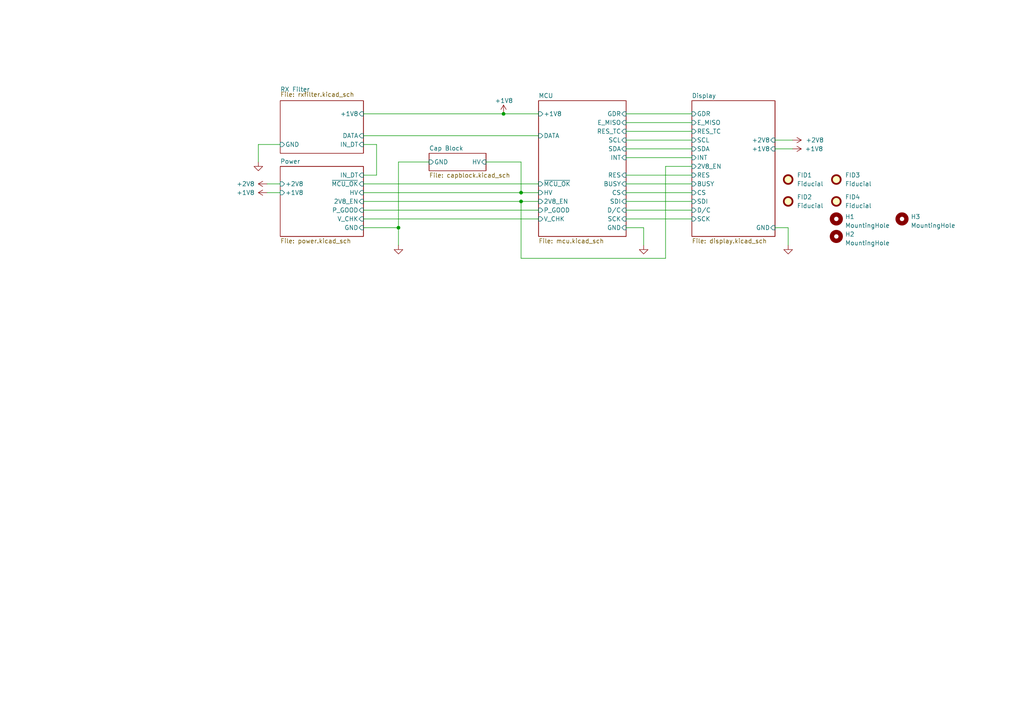
<source format=kicad_sch>
(kicad_sch
	(version 20231120)
	(generator "eeschema")
	(generator_version "8.0")
	(uuid "f1094595-086c-43ea-a0be-6f801d9d8744")
	(paper "A4")
	(lib_symbols
		(symbol "Mechanical:Fiducial"
			(exclude_from_sim no)
			(in_bom yes)
			(on_board yes)
			(property "Reference" "FID"
				(at 0 5.08 0)
				(effects
					(font
						(size 1.27 1.27)
					)
				)
			)
			(property "Value" "Fiducial"
				(at 0 3.175 0)
				(effects
					(font
						(size 1.27 1.27)
					)
				)
			)
			(property "Footprint" ""
				(at 0 0 0)
				(effects
					(font
						(size 1.27 1.27)
					)
					(hide yes)
				)
			)
			(property "Datasheet" "~"
				(at 0 0 0)
				(effects
					(font
						(size 1.27 1.27)
					)
					(hide yes)
				)
			)
			(property "Description" "Fiducial Marker"
				(at 0 0 0)
				(effects
					(font
						(size 1.27 1.27)
					)
					(hide yes)
				)
			)
			(property "ki_keywords" "fiducial marker"
				(at 0 0 0)
				(effects
					(font
						(size 1.27 1.27)
					)
					(hide yes)
				)
			)
			(property "ki_fp_filters" "Fiducial*"
				(at 0 0 0)
				(effects
					(font
						(size 1.27 1.27)
					)
					(hide yes)
				)
			)
			(symbol "Fiducial_0_1"
				(circle
					(center 0 0)
					(radius 1.27)
					(stroke
						(width 0.508)
						(type default)
					)
					(fill
						(type background)
					)
				)
			)
		)
		(symbol "Mechanical:MountingHole"
			(pin_names
				(offset 1.016)
			)
			(exclude_from_sim no)
			(in_bom yes)
			(on_board yes)
			(property "Reference" "H"
				(at 0 5.08 0)
				(effects
					(font
						(size 1.27 1.27)
					)
				)
			)
			(property "Value" "MountingHole"
				(at 0 3.175 0)
				(effects
					(font
						(size 1.27 1.27)
					)
				)
			)
			(property "Footprint" ""
				(at 0 0 0)
				(effects
					(font
						(size 1.27 1.27)
					)
					(hide yes)
				)
			)
			(property "Datasheet" "~"
				(at 0 0 0)
				(effects
					(font
						(size 1.27 1.27)
					)
					(hide yes)
				)
			)
			(property "Description" "Mounting Hole without connection"
				(at 0 0 0)
				(effects
					(font
						(size 1.27 1.27)
					)
					(hide yes)
				)
			)
			(property "ki_keywords" "mounting hole"
				(at 0 0 0)
				(effects
					(font
						(size 1.27 1.27)
					)
					(hide yes)
				)
			)
			(property "ki_fp_filters" "MountingHole*"
				(at 0 0 0)
				(effects
					(font
						(size 1.27 1.27)
					)
					(hide yes)
				)
			)
			(symbol "MountingHole_0_1"
				(circle
					(center 0 0)
					(radius 1.27)
					(stroke
						(width 1.27)
						(type default)
					)
					(fill
						(type none)
					)
				)
			)
		)
		(symbol "power:+1V8"
			(power)
			(pin_names
				(offset 0)
			)
			(exclude_from_sim no)
			(in_bom yes)
			(on_board yes)
			(property "Reference" "#PWR"
				(at 0 -3.81 0)
				(effects
					(font
						(size 1.27 1.27)
					)
					(hide yes)
				)
			)
			(property "Value" "+1V8"
				(at 0 3.556 0)
				(effects
					(font
						(size 1.27 1.27)
					)
				)
			)
			(property "Footprint" ""
				(at 0 0 0)
				(effects
					(font
						(size 1.27 1.27)
					)
					(hide yes)
				)
			)
			(property "Datasheet" ""
				(at 0 0 0)
				(effects
					(font
						(size 1.27 1.27)
					)
					(hide yes)
				)
			)
			(property "Description" "Power symbol creates a global label with name \"+1V8\""
				(at 0 0 0)
				(effects
					(font
						(size 1.27 1.27)
					)
					(hide yes)
				)
			)
			(property "ki_keywords" "power-flag"
				(at 0 0 0)
				(effects
					(font
						(size 1.27 1.27)
					)
					(hide yes)
				)
			)
			(symbol "+1V8_0_1"
				(polyline
					(pts
						(xy -0.762 1.27) (xy 0 2.54)
					)
					(stroke
						(width 0)
						(type default)
					)
					(fill
						(type none)
					)
				)
				(polyline
					(pts
						(xy 0 0) (xy 0 2.54)
					)
					(stroke
						(width 0)
						(type default)
					)
					(fill
						(type none)
					)
				)
				(polyline
					(pts
						(xy 0 2.54) (xy 0.762 1.27)
					)
					(stroke
						(width 0)
						(type default)
					)
					(fill
						(type none)
					)
				)
			)
			(symbol "+1V8_1_1"
				(pin power_in line
					(at 0 0 90)
					(length 0) hide
					(name "+1V8"
						(effects
							(font
								(size 1.27 1.27)
							)
						)
					)
					(number "1"
						(effects
							(font
								(size 1.27 1.27)
							)
						)
					)
				)
			)
		)
		(symbol "power:+2V8"
			(power)
			(pin_names
				(offset 0)
			)
			(exclude_from_sim no)
			(in_bom yes)
			(on_board yes)
			(property "Reference" "#PWR"
				(at 0 -3.81 0)
				(effects
					(font
						(size 1.27 1.27)
					)
					(hide yes)
				)
			)
			(property "Value" "+2V8"
				(at 0 3.556 0)
				(effects
					(font
						(size 1.27 1.27)
					)
				)
			)
			(property "Footprint" ""
				(at 0 0 0)
				(effects
					(font
						(size 1.27 1.27)
					)
					(hide yes)
				)
			)
			(property "Datasheet" ""
				(at 0 0 0)
				(effects
					(font
						(size 1.27 1.27)
					)
					(hide yes)
				)
			)
			(property "Description" "Power symbol creates a global label with name \"+2V8\""
				(at 0 0 0)
				(effects
					(font
						(size 1.27 1.27)
					)
					(hide yes)
				)
			)
			(property "ki_keywords" "power-flag"
				(at 0 0 0)
				(effects
					(font
						(size 1.27 1.27)
					)
					(hide yes)
				)
			)
			(symbol "+2V8_0_1"
				(polyline
					(pts
						(xy -0.762 1.27) (xy 0 2.54)
					)
					(stroke
						(width 0)
						(type default)
					)
					(fill
						(type none)
					)
				)
				(polyline
					(pts
						(xy 0 0) (xy 0 2.54)
					)
					(stroke
						(width 0)
						(type default)
					)
					(fill
						(type none)
					)
				)
				(polyline
					(pts
						(xy 0 2.54) (xy 0.762 1.27)
					)
					(stroke
						(width 0)
						(type default)
					)
					(fill
						(type none)
					)
				)
			)
			(symbol "+2V8_1_1"
				(pin power_in line
					(at 0 0 90)
					(length 0) hide
					(name "+2V8"
						(effects
							(font
								(size 1.27 1.27)
							)
						)
					)
					(number "1"
						(effects
							(font
								(size 1.27 1.27)
							)
						)
					)
				)
			)
		)
		(symbol "power:GND"
			(power)
			(pin_names
				(offset 0)
			)
			(exclude_from_sim no)
			(in_bom yes)
			(on_board yes)
			(property "Reference" "#PWR"
				(at 0 -6.35 0)
				(effects
					(font
						(size 1.27 1.27)
					)
					(hide yes)
				)
			)
			(property "Value" "GND"
				(at 0 -3.81 0)
				(effects
					(font
						(size 1.27 1.27)
					)
				)
			)
			(property "Footprint" ""
				(at 0 0 0)
				(effects
					(font
						(size 1.27 1.27)
					)
					(hide yes)
				)
			)
			(property "Datasheet" ""
				(at 0 0 0)
				(effects
					(font
						(size 1.27 1.27)
					)
					(hide yes)
				)
			)
			(property "Description" "Power symbol creates a global label with name \"GND\" , ground"
				(at 0 0 0)
				(effects
					(font
						(size 1.27 1.27)
					)
					(hide yes)
				)
			)
			(property "ki_keywords" "power-flag"
				(at 0 0 0)
				(effects
					(font
						(size 1.27 1.27)
					)
					(hide yes)
				)
			)
			(symbol "GND_0_1"
				(polyline
					(pts
						(xy 0 0) (xy 0 -1.27) (xy 1.27 -1.27) (xy 0 -2.54) (xy -1.27 -1.27) (xy 0 -1.27)
					)
					(stroke
						(width 0)
						(type default)
					)
					(fill
						(type none)
					)
				)
			)
			(symbol "GND_1_1"
				(pin power_in line
					(at 0 0 270)
					(length 0) hide
					(name "GND"
						(effects
							(font
								(size 1.27 1.27)
							)
						)
					)
					(number "1"
						(effects
							(font
								(size 1.27 1.27)
							)
						)
					)
				)
			)
		)
	)
	(junction
		(at 146.05 33.02)
		(diameter 0)
		(color 0 0 0 0)
		(uuid "1760802e-9cb8-4888-9bb6-3cad90cb4391")
	)
	(junction
		(at 115.57 66.04)
		(diameter 0)
		(color 0 0 0 0)
		(uuid "4105096e-b4a5-493a-9aeb-9bf84408aec0")
	)
	(junction
		(at 151.13 55.88)
		(diameter 0)
		(color 0 0 0 0)
		(uuid "49e27c9a-1707-4079-a9d7-0c34d9d804cf")
	)
	(junction
		(at 151.13 58.42)
		(diameter 0)
		(color 0 0 0 0)
		(uuid "65767b9c-3c34-47da-b3b2-88cfe96b9910")
	)
	(wire
		(pts
			(xy 105.41 66.04) (xy 115.57 66.04)
		)
		(stroke
			(width 0)
			(type default)
		)
		(uuid "007a6f83-4f1f-4597-a052-c95659929039")
	)
	(wire
		(pts
			(xy 151.13 58.42) (xy 156.21 58.42)
		)
		(stroke
			(width 0)
			(type default)
		)
		(uuid "11b85a35-b083-4347-ace4-7895514d8392")
	)
	(wire
		(pts
			(xy 105.41 63.5) (xy 156.21 63.5)
		)
		(stroke
			(width 0)
			(type default)
		)
		(uuid "15c7b644-feaa-4a72-99f5-372726787def")
	)
	(wire
		(pts
			(xy 151.13 46.99) (xy 151.13 55.88)
		)
		(stroke
			(width 0)
			(type default)
		)
		(uuid "24a37279-effc-4083-a2c7-d7b797de6092")
	)
	(wire
		(pts
			(xy 228.6 66.04) (xy 224.79 66.04)
		)
		(stroke
			(width 0)
			(type default)
		)
		(uuid "27ea524a-ef43-49cd-bc84-d2090076d86a")
	)
	(wire
		(pts
			(xy 181.61 53.34) (xy 200.66 53.34)
		)
		(stroke
			(width 0)
			(type default)
		)
		(uuid "28c990b6-1f32-4c71-bcdc-846eba960089")
	)
	(wire
		(pts
			(xy 181.61 33.02) (xy 200.66 33.02)
		)
		(stroke
			(width 0)
			(type default)
		)
		(uuid "2a10f600-ab38-4606-b862-5e5640670ea8")
	)
	(wire
		(pts
			(xy 181.61 66.04) (xy 186.69 66.04)
		)
		(stroke
			(width 0)
			(type default)
		)
		(uuid "31b011c6-669c-452f-9e6a-c12cbf22873f")
	)
	(wire
		(pts
			(xy 74.93 41.91) (xy 81.28 41.91)
		)
		(stroke
			(width 0)
			(type default)
		)
		(uuid "32ad62b6-4c67-4581-bc38-befff47b7821")
	)
	(wire
		(pts
			(xy 224.79 40.64) (xy 229.87 40.64)
		)
		(stroke
			(width 0)
			(type default)
		)
		(uuid "35d3384b-807d-4125-9396-faeecd147abe")
	)
	(wire
		(pts
			(xy 105.41 33.02) (xy 146.05 33.02)
		)
		(stroke
			(width 0)
			(type default)
		)
		(uuid "4125a609-c62c-428e-91ef-a0d664eace49")
	)
	(wire
		(pts
			(xy 181.61 40.64) (xy 200.66 40.64)
		)
		(stroke
			(width 0)
			(type default)
		)
		(uuid "42827432-d5a8-499a-a7ae-797fd1d51d8a")
	)
	(wire
		(pts
			(xy 124.46 46.99) (xy 115.57 46.99)
		)
		(stroke
			(width 0)
			(type default)
		)
		(uuid "434d2543-2389-4cd4-ac5e-844a1a208fcb")
	)
	(wire
		(pts
			(xy 77.47 55.88) (xy 81.28 55.88)
		)
		(stroke
			(width 0)
			(type default)
		)
		(uuid "472773c8-a72c-4ffa-90d4-65aa9eb95627")
	)
	(wire
		(pts
			(xy 193.04 74.93) (xy 151.13 74.93)
		)
		(stroke
			(width 0)
			(type default)
		)
		(uuid "684ca263-331a-41d7-8151-1ef493c459f4")
	)
	(wire
		(pts
			(xy 181.61 50.8) (xy 200.66 50.8)
		)
		(stroke
			(width 0)
			(type default)
		)
		(uuid "6903ac01-63b0-45f2-8de5-782ac93c7643")
	)
	(wire
		(pts
			(xy 77.47 53.34) (xy 81.28 53.34)
		)
		(stroke
			(width 0)
			(type default)
		)
		(uuid "6f06b72b-dda5-4c6c-9fed-55cb9fa4d090")
	)
	(wire
		(pts
			(xy 151.13 55.88) (xy 156.21 55.88)
		)
		(stroke
			(width 0)
			(type default)
		)
		(uuid "701fba8c-9304-4ae7-a636-6eac0ee5ec2d")
	)
	(wire
		(pts
			(xy 181.61 43.18) (xy 200.66 43.18)
		)
		(stroke
			(width 0)
			(type default)
		)
		(uuid "740d8e84-9f0a-436b-9967-03365c26d02e")
	)
	(wire
		(pts
			(xy 115.57 46.99) (xy 115.57 66.04)
		)
		(stroke
			(width 0)
			(type default)
		)
		(uuid "75299070-3e86-4821-9b92-8e540ee1f320")
	)
	(wire
		(pts
			(xy 115.57 66.04) (xy 115.57 71.12)
		)
		(stroke
			(width 0)
			(type default)
		)
		(uuid "7d7b36d6-4db1-474b-b5bb-632e85f1d28a")
	)
	(wire
		(pts
			(xy 181.61 60.96) (xy 200.66 60.96)
		)
		(stroke
			(width 0)
			(type default)
		)
		(uuid "7e3ab624-6a5b-426d-a7cd-61748a9112a1")
	)
	(wire
		(pts
			(xy 181.61 45.72) (xy 200.66 45.72)
		)
		(stroke
			(width 0)
			(type default)
		)
		(uuid "7fb776a0-17e4-433e-aa9b-7b7f563a8ef4")
	)
	(wire
		(pts
			(xy 105.41 53.34) (xy 156.21 53.34)
		)
		(stroke
			(width 0)
			(type default)
		)
		(uuid "8f2670bb-efbf-402f-b217-693f6bd67dbb")
	)
	(wire
		(pts
			(xy 105.41 60.96) (xy 156.21 60.96)
		)
		(stroke
			(width 0)
			(type default)
		)
		(uuid "8fa3ce1b-5dba-4410-b2d5-97e218f3a8d1")
	)
	(wire
		(pts
			(xy 105.41 39.37) (xy 156.21 39.37)
		)
		(stroke
			(width 0)
			(type default)
		)
		(uuid "951b706f-5ee5-467f-976f-d402bb6a24ad")
	)
	(wire
		(pts
			(xy 105.41 55.88) (xy 151.13 55.88)
		)
		(stroke
			(width 0)
			(type default)
		)
		(uuid "a0bbef68-2004-4486-a7a4-70f40fc10f20")
	)
	(wire
		(pts
			(xy 151.13 74.93) (xy 151.13 58.42)
		)
		(stroke
			(width 0)
			(type default)
		)
		(uuid "a43513c9-3b58-421c-aacd-8adea195f6b1")
	)
	(wire
		(pts
			(xy 181.61 55.88) (xy 200.66 55.88)
		)
		(stroke
			(width 0)
			(type default)
		)
		(uuid "afb83ae3-4e7b-40d7-8bba-2ec249dbd674")
	)
	(wire
		(pts
			(xy 146.05 33.02) (xy 156.21 33.02)
		)
		(stroke
			(width 0)
			(type default)
		)
		(uuid "b1e46a58-1742-4386-97aa-8179f030c1b1")
	)
	(wire
		(pts
			(xy 181.61 35.56) (xy 200.66 35.56)
		)
		(stroke
			(width 0)
			(type default)
		)
		(uuid "b87bdec1-97c1-4f59-aef0-6a57b7fd0c08")
	)
	(wire
		(pts
			(xy 109.22 50.8) (xy 105.41 50.8)
		)
		(stroke
			(width 0)
			(type default)
		)
		(uuid "ba8c8b4f-ee18-4408-8378-1b96cfc10866")
	)
	(wire
		(pts
			(xy 105.41 58.42) (xy 151.13 58.42)
		)
		(stroke
			(width 0)
			(type default)
		)
		(uuid "bac70081-79f5-4f17-9482-ca50be35f38c")
	)
	(wire
		(pts
			(xy 229.87 43.18) (xy 224.79 43.18)
		)
		(stroke
			(width 0)
			(type default)
		)
		(uuid "c449bba0-eaad-4475-9117-fa89fab51967")
	)
	(wire
		(pts
			(xy 228.6 71.12) (xy 228.6 66.04)
		)
		(stroke
			(width 0)
			(type default)
		)
		(uuid "c7f3a0ba-18db-4c63-9187-4584f42a5930")
	)
	(wire
		(pts
			(xy 181.61 38.1) (xy 200.66 38.1)
		)
		(stroke
			(width 0)
			(type default)
		)
		(uuid "ca54df42-b27e-43a9-8d69-9e64a04ad206")
	)
	(wire
		(pts
			(xy 186.69 71.12) (xy 186.69 66.04)
		)
		(stroke
			(width 0)
			(type default)
		)
		(uuid "cd9a6a2f-cbb2-4fa8-a00e-26994b16732c")
	)
	(wire
		(pts
			(xy 74.93 46.99) (xy 74.93 41.91)
		)
		(stroke
			(width 0)
			(type default)
		)
		(uuid "cfaccb8a-85d3-41ea-914f-ca51fa87e72f")
	)
	(wire
		(pts
			(xy 193.04 48.26) (xy 193.04 74.93)
		)
		(stroke
			(width 0)
			(type default)
		)
		(uuid "d6e1f545-5122-4619-a1ae-288aa6c67456")
	)
	(wire
		(pts
			(xy 181.61 58.42) (xy 200.66 58.42)
		)
		(stroke
			(width 0)
			(type default)
		)
		(uuid "d9679898-6314-4147-b045-c0a3b7572216")
	)
	(wire
		(pts
			(xy 181.61 63.5) (xy 200.66 63.5)
		)
		(stroke
			(width 0)
			(type default)
		)
		(uuid "dc47cb1f-179c-45c5-abd5-276d30965abe")
	)
	(wire
		(pts
			(xy 140.97 46.99) (xy 151.13 46.99)
		)
		(stroke
			(width 0)
			(type default)
		)
		(uuid "e178bd0b-82b5-40c6-a96f-e5ff55cb8482")
	)
	(wire
		(pts
			(xy 105.41 41.91) (xy 109.22 41.91)
		)
		(stroke
			(width 0)
			(type default)
		)
		(uuid "e2bf8467-272a-440f-a96d-032043d52350")
	)
	(wire
		(pts
			(xy 109.22 41.91) (xy 109.22 50.8)
		)
		(stroke
			(width 0)
			(type default)
		)
		(uuid "e3ed2ceb-bbcd-475e-a647-ab7ceca4518a")
	)
	(wire
		(pts
			(xy 200.66 48.26) (xy 193.04 48.26)
		)
		(stroke
			(width 0)
			(type default)
		)
		(uuid "f692f1b3-cea9-4863-a52f-6182862cd916")
	)
	(symbol
		(lib_id "Mechanical:Fiducial")
		(at 228.6 52.07 0)
		(unit 1)
		(exclude_from_sim no)
		(in_bom yes)
		(on_board yes)
		(dnp no)
		(fields_autoplaced yes)
		(uuid "07b6e9fa-5f27-4d03-a108-8598ae262114")
		(property "Reference" "FID?"
			(at 231.14 50.7999 0)
			(effects
				(font
					(size 1.27 1.27)
				)
				(justify left)
			)
		)
		(property "Value" "Fiducial"
			(at 231.14 53.3399 0)
			(effects
				(font
					(size 1.27 1.27)
				)
				(justify left)
			)
		)
		(property "Footprint" "Fiducial:Fiducial_0.5mm_Mask1.5mm"
			(at 228.6 52.07 0)
			(effects
				(font
					(size 1.27 1.27)
				)
				(hide yes)
			)
		)
		(property "Datasheet" "~"
			(at 228.6 52.07 0)
			(effects
				(font
					(size 1.27 1.27)
				)
				(hide yes)
			)
		)
		(property "Description" ""
			(at 228.6 52.07 0)
			(effects
				(font
					(size 1.27 1.27)
				)
				(hide yes)
			)
		)
		(instances
			(project "Kampela"
				(path "/472e0f49-51e5-4b9c-a9f6-6aed0741c677"
					(reference "FID?")
					(unit 1)
				)
			)
			(project "Kampela_G5"
				(path "/f1094595-086c-43ea-a0be-6f801d9d8744"
					(reference "FID1")
					(unit 1)
				)
			)
		)
	)
	(symbol
		(lib_id "power:+1V8")
		(at 229.87 43.18 270)
		(unit 1)
		(exclude_from_sim no)
		(in_bom yes)
		(on_board yes)
		(dnp no)
		(uuid "1456c387-d268-44d5-98df-074738d8757c")
		(property "Reference" "#PWR?"
			(at 226.06 43.18 0)
			(effects
				(font
					(size 1.27 1.27)
				)
				(hide yes)
			)
		)
		(property "Value" "+1V8"
			(at 238.76 43.18 90)
			(effects
				(font
					(size 1.27 1.27)
				)
				(justify right)
			)
		)
		(property "Footprint" ""
			(at 229.87 43.18 0)
			(effects
				(font
					(size 1.27 1.27)
				)
				(hide yes)
			)
		)
		(property "Datasheet" ""
			(at 229.87 43.18 0)
			(effects
				(font
					(size 1.27 1.27)
				)
				(hide yes)
			)
		)
		(property "Description" ""
			(at 229.87 43.18 0)
			(effects
				(font
					(size 1.27 1.27)
				)
				(hide yes)
			)
		)
		(pin "1"
			(uuid "4510e579-4d7c-4d39-a370-d9677fb6f1ce")
		)
		(instances
			(project "Kampela"
				(path "/472e0f49-51e5-4b9c-a9f6-6aed0741c677"
					(reference "#PWR?")
					(unit 1)
				)
			)
			(project "Kampela_G5"
				(path "/f1094595-086c-43ea-a0be-6f801d9d8744"
					(reference "#PWR010")
					(unit 1)
				)
			)
		)
	)
	(symbol
		(lib_id "power:+2V8")
		(at 77.47 53.34 90)
		(unit 1)
		(exclude_from_sim no)
		(in_bom yes)
		(on_board yes)
		(dnp no)
		(uuid "476324e8-1c8e-4748-bcb3-62301e88ff0e")
		(property "Reference" "#PWR?"
			(at 81.28 53.34 0)
			(effects
				(font
					(size 1.27 1.27)
				)
				(hide yes)
			)
		)
		(property "Value" "+2V8"
			(at 68.58 53.34 90)
			(effects
				(font
					(size 1.27 1.27)
				)
				(justify right)
			)
		)
		(property "Footprint" ""
			(at 77.47 53.34 0)
			(effects
				(font
					(size 1.27 1.27)
				)
				(hide yes)
			)
		)
		(property "Datasheet" ""
			(at 77.47 53.34 0)
			(effects
				(font
					(size 1.27 1.27)
				)
				(hide yes)
			)
		)
		(property "Description" ""
			(at 77.47 53.34 0)
			(effects
				(font
					(size 1.27 1.27)
				)
				(hide yes)
			)
		)
		(pin "1"
			(uuid "623146a1-eea4-45b7-980f-654ae0e39d40")
		)
		(instances
			(project "Kampela"
				(path "/472e0f49-51e5-4b9c-a9f6-6aed0741c677"
					(reference "#PWR?")
					(unit 1)
				)
			)
			(project "Kampela_G5"
				(path "/f1094595-086c-43ea-a0be-6f801d9d8744"
					(reference "#PWR02")
					(unit 1)
				)
			)
		)
	)
	(symbol
		(lib_id "Mechanical:Fiducial")
		(at 242.57 58.42 0)
		(unit 1)
		(exclude_from_sim no)
		(in_bom yes)
		(on_board yes)
		(dnp no)
		(fields_autoplaced yes)
		(uuid "49b50032-60bf-486c-90ee-ada0700a21b5")
		(property "Reference" "FID?"
			(at 245.11 57.1499 0)
			(effects
				(font
					(size 1.27 1.27)
				)
				(justify left)
			)
		)
		(property "Value" "Fiducial"
			(at 245.11 59.6899 0)
			(effects
				(font
					(size 1.27 1.27)
				)
				(justify left)
			)
		)
		(property "Footprint" "Fiducial:Fiducial_0.5mm_Mask1.5mm"
			(at 242.57 58.42 0)
			(effects
				(font
					(size 1.27 1.27)
				)
				(hide yes)
			)
		)
		(property "Datasheet" "~"
			(at 242.57 58.42 0)
			(effects
				(font
					(size 1.27 1.27)
				)
				(hide yes)
			)
		)
		(property "Description" ""
			(at 242.57 58.42 0)
			(effects
				(font
					(size 1.27 1.27)
				)
				(hide yes)
			)
		)
		(instances
			(project "Kampela"
				(path "/472e0f49-51e5-4b9c-a9f6-6aed0741c677"
					(reference "FID?")
					(unit 1)
				)
			)
			(project "Kampela_G5"
				(path "/f1094595-086c-43ea-a0be-6f801d9d8744"
					(reference "FID4")
					(unit 1)
				)
			)
		)
	)
	(symbol
		(lib_id "Mechanical:MountingHole")
		(at 242.57 68.58 0)
		(unit 1)
		(exclude_from_sim no)
		(in_bom yes)
		(on_board yes)
		(dnp no)
		(fields_autoplaced yes)
		(uuid "5b4b0dd3-69b5-482f-846f-fc5616165a2a")
		(property "Reference" "H2"
			(at 245.11 67.945 0)
			(effects
				(font
					(size 1.27 1.27)
				)
				(justify left)
			)
		)
		(property "Value" "MountingHole"
			(at 245.11 70.485 0)
			(effects
				(font
					(size 1.27 1.27)
				)
				(justify left)
			)
		)
		(property "Footprint" "MountingHole:MountingHole_2.1mm"
			(at 242.57 68.58 0)
			(effects
				(font
					(size 1.27 1.27)
				)
				(hide yes)
			)
		)
		(property "Datasheet" "~"
			(at 242.57 68.58 0)
			(effects
				(font
					(size 1.27 1.27)
				)
				(hide yes)
			)
		)
		(property "Description" ""
			(at 242.57 68.58 0)
			(effects
				(font
					(size 1.27 1.27)
				)
				(hide yes)
			)
		)
		(instances
			(project "Kampela_G5"
				(path "/f1094595-086c-43ea-a0be-6f801d9d8744"
					(reference "H2")
					(unit 1)
				)
			)
		)
	)
	(symbol
		(lib_id "power:+2V8")
		(at 229.87 40.64 270)
		(unit 1)
		(exclude_from_sim no)
		(in_bom yes)
		(on_board yes)
		(dnp no)
		(fields_autoplaced yes)
		(uuid "8455d62c-d401-42ef-b025-8d9fa60e4bcc")
		(property "Reference" "#PWR?"
			(at 226.06 40.64 0)
			(effects
				(font
					(size 1.27 1.27)
				)
				(hide yes)
			)
		)
		(property "Value" "+2V8"
			(at 233.68 40.6399 90)
			(effects
				(font
					(size 1.27 1.27)
				)
				(justify left)
			)
		)
		(property "Footprint" ""
			(at 229.87 40.64 0)
			(effects
				(font
					(size 1.27 1.27)
				)
				(hide yes)
			)
		)
		(property "Datasheet" ""
			(at 229.87 40.64 0)
			(effects
				(font
					(size 1.27 1.27)
				)
				(hide yes)
			)
		)
		(property "Description" ""
			(at 229.87 40.64 0)
			(effects
				(font
					(size 1.27 1.27)
				)
				(hide yes)
			)
		)
		(pin "1"
			(uuid "658d4f6f-29e2-46be-87a5-ad640bf0ec39")
		)
		(instances
			(project "Kampela"
				(path "/472e0f49-51e5-4b9c-a9f6-6aed0741c677"
					(reference "#PWR?")
					(unit 1)
				)
			)
			(project "Kampela_G5"
				(path "/f1094595-086c-43ea-a0be-6f801d9d8744"
					(reference "#PWR09")
					(unit 1)
				)
			)
		)
	)
	(symbol
		(lib_id "power:GND")
		(at 74.93 46.99 0)
		(mirror y)
		(unit 1)
		(exclude_from_sim no)
		(in_bom yes)
		(on_board yes)
		(dnp no)
		(fields_autoplaced yes)
		(uuid "93ecbcce-cd92-405f-b117-481c41d6d595")
		(property "Reference" "#PWR?"
			(at 74.93 53.34 0)
			(effects
				(font
					(size 1.27 1.27)
				)
				(hide yes)
			)
		)
		(property "Value" "GND"
			(at 74.93 52.07 0)
			(effects
				(font
					(size 1.27 1.27)
				)
				(hide yes)
			)
		)
		(property "Footprint" ""
			(at 74.93 46.99 0)
			(effects
				(font
					(size 1.27 1.27)
				)
				(hide yes)
			)
		)
		(property "Datasheet" ""
			(at 74.93 46.99 0)
			(effects
				(font
					(size 1.27 1.27)
				)
				(hide yes)
			)
		)
		(property "Description" ""
			(at 74.93 46.99 0)
			(effects
				(font
					(size 1.27 1.27)
				)
				(hide yes)
			)
		)
		(pin "1"
			(uuid "34edd36a-8fff-4f36-b136-d7972edac80c")
		)
		(instances
			(project "Kampela"
				(path "/472e0f49-51e5-4b9c-a9f6-6aed0741c677"
					(reference "#PWR?")
					(unit 1)
				)
			)
			(project "Kampela_G5"
				(path "/f1094595-086c-43ea-a0be-6f801d9d8744"
					(reference "#PWR01")
					(unit 1)
				)
			)
		)
	)
	(symbol
		(lib_id "Mechanical:MountingHole")
		(at 261.62 63.5 0)
		(unit 1)
		(exclude_from_sim no)
		(in_bom yes)
		(on_board yes)
		(dnp no)
		(fields_autoplaced yes)
		(uuid "9cf98707-ecb1-4914-a3b2-a92820e3e288")
		(property "Reference" "H3"
			(at 264.16 62.865 0)
			(effects
				(font
					(size 1.27 1.27)
				)
				(justify left)
			)
		)
		(property "Value" "MountingHole"
			(at 264.16 65.405 0)
			(effects
				(font
					(size 1.27 1.27)
				)
				(justify left)
			)
		)
		(property "Footprint" "MountingHole:MountingHole_2.1mm"
			(at 261.62 63.5 0)
			(effects
				(font
					(size 1.27 1.27)
				)
				(hide yes)
			)
		)
		(property "Datasheet" "~"
			(at 261.62 63.5 0)
			(effects
				(font
					(size 1.27 1.27)
				)
				(hide yes)
			)
		)
		(property "Description" ""
			(at 261.62 63.5 0)
			(effects
				(font
					(size 1.27 1.27)
				)
				(hide yes)
			)
		)
		(instances
			(project "Kampela_G5"
				(path "/f1094595-086c-43ea-a0be-6f801d9d8744"
					(reference "H3")
					(unit 1)
				)
			)
		)
	)
	(symbol
		(lib_id "Mechanical:MountingHole")
		(at 242.57 63.5 0)
		(unit 1)
		(exclude_from_sim no)
		(in_bom yes)
		(on_board yes)
		(dnp no)
		(fields_autoplaced yes)
		(uuid "9ec0f513-e523-40e8-95e2-90ce8323235c")
		(property "Reference" "H1"
			(at 245.11 62.865 0)
			(effects
				(font
					(size 1.27 1.27)
				)
				(justify left)
			)
		)
		(property "Value" "MountingHole"
			(at 245.11 65.405 0)
			(effects
				(font
					(size 1.27 1.27)
				)
				(justify left)
			)
		)
		(property "Footprint" "MountingHole:MountingHole_2.1mm"
			(at 242.57 63.5 0)
			(effects
				(font
					(size 1.27 1.27)
				)
				(hide yes)
			)
		)
		(property "Datasheet" "~"
			(at 242.57 63.5 0)
			(effects
				(font
					(size 1.27 1.27)
				)
				(hide yes)
			)
		)
		(property "Description" ""
			(at 242.57 63.5 0)
			(effects
				(font
					(size 1.27 1.27)
				)
				(hide yes)
			)
		)
		(instances
			(project "Kampela_G5"
				(path "/f1094595-086c-43ea-a0be-6f801d9d8744"
					(reference "H1")
					(unit 1)
				)
			)
		)
	)
	(symbol
		(lib_id "power:+1V8")
		(at 146.05 33.02 0)
		(mirror y)
		(unit 1)
		(exclude_from_sim no)
		(in_bom yes)
		(on_board yes)
		(dnp no)
		(uuid "a20bbef2-5722-4dc2-a3d8-4073fdf4cf88")
		(property "Reference" "#PWR?"
			(at 146.05 36.83 0)
			(effects
				(font
					(size 1.27 1.27)
				)
				(hide yes)
			)
		)
		(property "Value" "+1V8"
			(at 143.51 29.21 0)
			(effects
				(font
					(size 1.27 1.27)
				)
				(justify right)
			)
		)
		(property "Footprint" ""
			(at 146.05 33.02 0)
			(effects
				(font
					(size 1.27 1.27)
				)
				(hide yes)
			)
		)
		(property "Datasheet" ""
			(at 146.05 33.02 0)
			(effects
				(font
					(size 1.27 1.27)
				)
				(hide yes)
			)
		)
		(property "Description" ""
			(at 146.05 33.02 0)
			(effects
				(font
					(size 1.27 1.27)
				)
				(hide yes)
			)
		)
		(pin "1"
			(uuid "d8e92c1e-ddba-4745-914b-17d96fa6e310")
		)
		(instances
			(project "Kampela"
				(path "/472e0f49-51e5-4b9c-a9f6-6aed0741c677"
					(reference "#PWR?")
					(unit 1)
				)
			)
			(project "Kampela_G5"
				(path "/f1094595-086c-43ea-a0be-6f801d9d8744"
					(reference "#PWR04")
					(unit 1)
				)
			)
		)
	)
	(symbol
		(lib_id "power:GND")
		(at 186.69 71.12 0)
		(unit 1)
		(exclude_from_sim no)
		(in_bom yes)
		(on_board yes)
		(dnp no)
		(fields_autoplaced yes)
		(uuid "a4b25f85-1191-431e-a8f7-7b1fb23ae6d9")
		(property "Reference" "#PWR?"
			(at 186.69 77.47 0)
			(effects
				(font
					(size 1.27 1.27)
				)
				(hide yes)
			)
		)
		(property "Value" "GND"
			(at 186.69 76.2 0)
			(effects
				(font
					(size 1.27 1.27)
				)
				(hide yes)
			)
		)
		(property "Footprint" ""
			(at 186.69 71.12 0)
			(effects
				(font
					(size 1.27 1.27)
				)
				(hide yes)
			)
		)
		(property "Datasheet" ""
			(at 186.69 71.12 0)
			(effects
				(font
					(size 1.27 1.27)
				)
				(hide yes)
			)
		)
		(property "Description" ""
			(at 186.69 71.12 0)
			(effects
				(font
					(size 1.27 1.27)
				)
				(hide yes)
			)
		)
		(pin "1"
			(uuid "aba11e92-72c7-4c90-be3c-51af3a77243a")
		)
		(instances
			(project "Kampela"
				(path "/472e0f49-51e5-4b9c-a9f6-6aed0741c677"
					(reference "#PWR?")
					(unit 1)
				)
			)
			(project "Kampela_G5"
				(path "/f1094595-086c-43ea-a0be-6f801d9d8744"
					(reference "#PWR07")
					(unit 1)
				)
			)
		)
	)
	(symbol
		(lib_id "power:GND")
		(at 228.6 71.12 0)
		(unit 1)
		(exclude_from_sim no)
		(in_bom yes)
		(on_board yes)
		(dnp no)
		(fields_autoplaced yes)
		(uuid "cfd355be-245b-44a2-9692-a6e752c3dbe2")
		(property "Reference" "#PWR?"
			(at 228.6 77.47 0)
			(effects
				(font
					(size 1.27 1.27)
				)
				(hide yes)
			)
		)
		(property "Value" "GND"
			(at 228.6 76.2 0)
			(effects
				(font
					(size 1.27 1.27)
				)
				(hide yes)
			)
		)
		(property "Footprint" ""
			(at 228.6 71.12 0)
			(effects
				(font
					(size 1.27 1.27)
				)
				(hide yes)
			)
		)
		(property "Datasheet" ""
			(at 228.6 71.12 0)
			(effects
				(font
					(size 1.27 1.27)
				)
				(hide yes)
			)
		)
		(property "Description" ""
			(at 228.6 71.12 0)
			(effects
				(font
					(size 1.27 1.27)
				)
				(hide yes)
			)
		)
		(pin "1"
			(uuid "1dc36062-c67a-4bcb-a8d7-4bb075c583dd")
		)
		(instances
			(project "Kampela"
				(path "/472e0f49-51e5-4b9c-a9f6-6aed0741c677"
					(reference "#PWR?")
					(unit 1)
				)
			)
			(project "Kampela_G5"
				(path "/f1094595-086c-43ea-a0be-6f801d9d8744"
					(reference "#PWR08")
					(unit 1)
				)
			)
		)
	)
	(symbol
		(lib_id "power:GND")
		(at 115.57 71.12 0)
		(unit 1)
		(exclude_from_sim no)
		(in_bom yes)
		(on_board yes)
		(dnp no)
		(fields_autoplaced yes)
		(uuid "d50ce48e-a741-419f-9e71-ad8f1744bcd5")
		(property "Reference" "#PWR?"
			(at 115.57 77.47 0)
			(effects
				(font
					(size 1.27 1.27)
				)
				(hide yes)
			)
		)
		(property "Value" "GND"
			(at 115.57 76.2 0)
			(effects
				(font
					(size 1.27 1.27)
				)
				(hide yes)
			)
		)
		(property "Footprint" ""
			(at 115.57 71.12 0)
			(effects
				(font
					(size 1.27 1.27)
				)
				(hide yes)
			)
		)
		(property "Datasheet" ""
			(at 115.57 71.12 0)
			(effects
				(font
					(size 1.27 1.27)
				)
				(hide yes)
			)
		)
		(property "Description" ""
			(at 115.57 71.12 0)
			(effects
				(font
					(size 1.27 1.27)
				)
				(hide yes)
			)
		)
		(pin "1"
			(uuid "bc77bfec-5f16-41c8-ae59-3ea7804b4093")
		)
		(instances
			(project "Kampela"
				(path "/472e0f49-51e5-4b9c-a9f6-6aed0741c677"
					(reference "#PWR?")
					(unit 1)
				)
			)
			(project "Kampela_G5"
				(path "/f1094595-086c-43ea-a0be-6f801d9d8744"
					(reference "#PWR05")
					(unit 1)
				)
			)
		)
	)
	(symbol
		(lib_id "power:+1V8")
		(at 77.47 55.88 90)
		(mirror x)
		(unit 1)
		(exclude_from_sim no)
		(in_bom yes)
		(on_board yes)
		(dnp no)
		(uuid "d825d4c0-2158-4eae-a84f-ce936fe7628f")
		(property "Reference" "#PWR?"
			(at 81.28 55.88 0)
			(effects
				(font
					(size 1.27 1.27)
				)
				(hide yes)
			)
		)
		(property "Value" "+1V8"
			(at 68.58 55.88 90)
			(effects
				(font
					(size 1.27 1.27)
				)
				(justify right)
			)
		)
		(property "Footprint" ""
			(at 77.47 55.88 0)
			(effects
				(font
					(size 1.27 1.27)
				)
				(hide yes)
			)
		)
		(property "Datasheet" ""
			(at 77.47 55.88 0)
			(effects
				(font
					(size 1.27 1.27)
				)
				(hide yes)
			)
		)
		(property "Description" ""
			(at 77.47 55.88 0)
			(effects
				(font
					(size 1.27 1.27)
				)
				(hide yes)
			)
		)
		(pin "1"
			(uuid "44b82549-af57-4766-be8c-e5e48ea7502f")
		)
		(instances
			(project "Kampela"
				(path "/472e0f49-51e5-4b9c-a9f6-6aed0741c677"
					(reference "#PWR?")
					(unit 1)
				)
			)
			(project "Kampela_G5"
				(path "/f1094595-086c-43ea-a0be-6f801d9d8744"
					(reference "#PWR03")
					(unit 1)
				)
			)
		)
	)
	(symbol
		(lib_id "Mechanical:Fiducial")
		(at 242.57 52.07 0)
		(unit 1)
		(exclude_from_sim no)
		(in_bom yes)
		(on_board yes)
		(dnp no)
		(fields_autoplaced yes)
		(uuid "dc0985ce-3d77-4399-be2d-eb0592f40a31")
		(property "Reference" "FID?"
			(at 245.11 50.7999 0)
			(effects
				(font
					(size 1.27 1.27)
				)
				(justify left)
			)
		)
		(property "Value" "Fiducial"
			(at 245.11 53.3399 0)
			(effects
				(font
					(size 1.27 1.27)
				)
				(justify left)
			)
		)
		(property "Footprint" "Fiducial:Fiducial_0.5mm_Mask1.5mm"
			(at 242.57 52.07 0)
			(effects
				(font
					(size 1.27 1.27)
				)
				(hide yes)
			)
		)
		(property "Datasheet" "~"
			(at 242.57 52.07 0)
			(effects
				(font
					(size 1.27 1.27)
				)
				(hide yes)
			)
		)
		(property "Description" ""
			(at 242.57 52.07 0)
			(effects
				(font
					(size 1.27 1.27)
				)
				(hide yes)
			)
		)
		(instances
			(project "Kampela"
				(path "/472e0f49-51e5-4b9c-a9f6-6aed0741c677"
					(reference "FID?")
					(unit 1)
				)
			)
			(project "Kampela_G5"
				(path "/f1094595-086c-43ea-a0be-6f801d9d8744"
					(reference "FID3")
					(unit 1)
				)
			)
		)
	)
	(symbol
		(lib_id "Mechanical:Fiducial")
		(at 228.6 58.42 0)
		(unit 1)
		(exclude_from_sim no)
		(in_bom yes)
		(on_board yes)
		(dnp no)
		(fields_autoplaced yes)
		(uuid "e907db61-12ad-41c2-906d-7cba99d56fff")
		(property "Reference" "FID?"
			(at 231.14 57.1499 0)
			(effects
				(font
					(size 1.27 1.27)
				)
				(justify left)
			)
		)
		(property "Value" "Fiducial"
			(at 231.14 59.6899 0)
			(effects
				(font
					(size 1.27 1.27)
				)
				(justify left)
			)
		)
		(property "Footprint" "Fiducial:Fiducial_0.5mm_Mask1.5mm"
			(at 228.6 58.42 0)
			(effects
				(font
					(size 1.27 1.27)
				)
				(hide yes)
			)
		)
		(property "Datasheet" "~"
			(at 228.6 58.42 0)
			(effects
				(font
					(size 1.27 1.27)
				)
				(hide yes)
			)
		)
		(property "Description" ""
			(at 228.6 58.42 0)
			(effects
				(font
					(size 1.27 1.27)
				)
				(hide yes)
			)
		)
		(instances
			(project "Kampela"
				(path "/472e0f49-51e5-4b9c-a9f6-6aed0741c677"
					(reference "FID?")
					(unit 1)
				)
			)
			(project "Kampela_G5"
				(path "/f1094595-086c-43ea-a0be-6f801d9d8744"
					(reference "FID2")
					(unit 1)
				)
			)
		)
	)
	(sheet
		(at 81.28 48.26)
		(size 24.13 20.32)
		(fields_autoplaced yes)
		(stroke
			(width 0.1524)
			(type solid)
		)
		(fill
			(color 0 0 0 0.0000)
		)
		(uuid "107d2fe5-3a51-4aa0-a4ed-d8d997e2d812")
		(property "Sheetname" "Power"
			(at 81.28 47.5484 0)
			(effects
				(font
					(size 1.27 1.27)
				)
				(justify left bottom)
			)
		)
		(property "Sheetfile" "power.kicad_sch"
			(at 81.28 69.1646 0)
			(effects
				(font
					(size 1.27 1.27)
				)
				(justify left top)
			)
		)
		(pin "GND" input
			(at 105.41 66.04 0)
			(effects
				(font
					(size 1.27 1.27)
				)
				(justify right)
			)
			(uuid "a86538ae-f792-491f-af6d-2b2cda4b5336")
		)
		(pin "2V8_EN" input
			(at 105.41 58.42 0)
			(effects
				(font
					(size 1.27 1.27)
				)
				(justify right)
			)
			(uuid "eb1d37b4-816d-49b9-9903-362b6aecc882")
		)
		(pin "V_CHK" input
			(at 105.41 63.5 0)
			(effects
				(font
					(size 1.27 1.27)
				)
				(justify right)
			)
			(uuid "f487c804-b7dd-4573-9adf-71d3f2df9912")
		)
		(pin "P_GOOD" input
			(at 105.41 60.96 0)
			(effects
				(font
					(size 1.27 1.27)
				)
				(justify right)
			)
			(uuid "75489edd-7ea4-4af0-8189-201d4b37aef8")
		)
		(pin "+1V8" input
			(at 81.28 55.88 180)
			(effects
				(font
					(size 1.27 1.27)
				)
				(justify left)
			)
			(uuid "2d389b1a-f5d4-4843-aed6-a63d7cfa55c4")
		)
		(pin "+2V8" input
			(at 81.28 53.34 180)
			(effects
				(font
					(size 1.27 1.27)
				)
				(justify left)
			)
			(uuid "f9470593-d236-4759-9da5-fd68b4a13779")
		)
		(pin "HV" input
			(at 105.41 55.88 0)
			(effects
				(font
					(size 1.27 1.27)
				)
				(justify right)
			)
			(uuid "fe7456af-891e-44d2-9d12-1a51caed3084")
		)
		(pin "~{MCU_OK}" input
			(at 105.41 53.34 0)
			(effects
				(font
					(size 1.27 1.27)
				)
				(justify right)
			)
			(uuid "95a7f914-9d91-4536-a7a5-443709429e7a")
		)
		(pin "IN_DT" input
			(at 105.41 50.8 0)
			(effects
				(font
					(size 1.27 1.27)
				)
				(justify right)
			)
			(uuid "55e4fe51-38f5-437e-9a8c-4fc24d84ca8d")
		)
		(instances
			(project "Kampela"
				(path "/472e0f49-51e5-4b9c-a9f6-6aed0741c677"
					(page "3")
				)
			)
		)
	)
	(sheet
		(at 124.46 44.45)
		(size 16.51 5.08)
		(fields_autoplaced yes)
		(stroke
			(width 0.1524)
			(type solid)
		)
		(fill
			(color 0 0 0 0.0000)
		)
		(uuid "66544aab-419b-42ce-b140-a8b6097cd9d6")
		(property "Sheetname" "Cap Block"
			(at 124.46 43.7384 0)
			(effects
				(font
					(size 1.27 1.27)
				)
				(justify left bottom)
			)
		)
		(property "Sheetfile" "capblock.kicad_sch"
			(at 124.46 50.1146 0)
			(effects
				(font
					(size 1.27 1.27)
				)
				(justify left top)
			)
		)
		(pin "HV" input
			(at 140.97 46.99 0)
			(effects
				(font
					(size 1.27 1.27)
				)
				(justify right)
			)
			(uuid "efb8bdf9-a60b-41ba-869f-3699f60a2d8f")
		)
		(pin "GND" input
			(at 124.46 46.99 180)
			(effects
				(font
					(size 1.27 1.27)
				)
				(justify left)
			)
			(uuid "e8052fd3-e4e1-4e49-ab88-6d51cdf006ad")
		)
		(instances
			(project "Kampela_G5"
				(path "/f1094595-086c-43ea-a0be-6f801d9d8744"
					(page "6")
				)
			)
		)
	)
	(sheet
		(at 81.28 29.21)
		(size 24.13 15.24)
		(stroke
			(width 0.1524)
			(type solid)
		)
		(fill
			(color 0 0 0 0.0000)
		)
		(uuid "67eb4c15-878d-4392-8f98-b0db1677ce0d")
		(property "Sheetname" "RX Filter"
			(at 81.28 26.67 0)
			(effects
				(font
					(size 1.27 1.27)
				)
				(justify left bottom)
			)
		)
		(property "Sheetfile" "rxfilter.kicad_sch"
			(at 81.28 26.67 0)
			(effects
				(font
					(size 1.27 1.27)
				)
				(justify left top)
			)
		)
		(pin "DATA" input
			(at 105.41 39.37 0)
			(effects
				(font
					(size 1.27 1.27)
				)
				(justify right)
			)
			(uuid "2ff9a22e-42c2-48bb-8e4c-b12e81195989")
		)
		(pin "GND" input
			(at 81.28 41.91 180)
			(effects
				(font
					(size 1.27 1.27)
				)
				(justify left)
			)
			(uuid "01b77589-6285-414d-91ef-7ddc4a0bb28d")
		)
		(pin "+1V8" input
			(at 105.41 33.02 0)
			(effects
				(font
					(size 1.27 1.27)
				)
				(justify right)
			)
			(uuid "a71e9899-17bd-44cf-9c4e-c06b0c5bf5b2")
		)
		(pin "IN_DT" input
			(at 105.41 41.91 0)
			(effects
				(font
					(size 1.27 1.27)
				)
				(justify right)
			)
			(uuid "834eed78-6622-4b94-81e0-14a04f6752ac")
		)
		(instances
			(project "Kampela"
				(path "/472e0f49-51e5-4b9c-a9f6-6aed0741c677"
					(page "2")
				)
			)
		)
	)
	(sheet
		(at 200.66 29.21)
		(size 24.13 39.37)
		(fields_autoplaced yes)
		(stroke
			(width 0.1524)
			(type solid)
		)
		(fill
			(color 0 0 0 0.0000)
		)
		(uuid "7868ecaa-9431-43d7-95a8-9c0f01ec9958")
		(property "Sheetname" "Display"
			(at 200.66 28.4984 0)
			(effects
				(font
					(size 1.27 1.27)
				)
				(justify left bottom)
			)
		)
		(property "Sheetfile" "display.kicad_sch"
			(at 200.66 69.1646 0)
			(effects
				(font
					(size 1.27 1.27)
				)
				(justify left top)
			)
		)
		(pin "D{slash}C" input
			(at 200.66 60.96 180)
			(effects
				(font
					(size 1.27 1.27)
				)
				(justify left)
			)
			(uuid "cdc30568-0a91-428d-9f3c-854e30b5a092")
		)
		(pin "SCK" input
			(at 200.66 63.5 180)
			(effects
				(font
					(size 1.27 1.27)
				)
				(justify left)
			)
			(uuid "c1ff8284-36bc-42d5-9aad-ce072cba4940")
		)
		(pin "CS" input
			(at 200.66 55.88 180)
			(effects
				(font
					(size 1.27 1.27)
				)
				(justify left)
			)
			(uuid "9992a80c-f855-4d00-98ad-ffd292bf2353")
		)
		(pin "SDI" input
			(at 200.66 58.42 180)
			(effects
				(font
					(size 1.27 1.27)
				)
				(justify left)
			)
			(uuid "530d0aa3-893f-49bc-b159-f515a9380357")
		)
		(pin "SDA" input
			(at 200.66 43.18 180)
			(effects
				(font
					(size 1.27 1.27)
				)
				(justify left)
			)
			(uuid "e93b68eb-5ecb-4927-86c9-1ce6084d5925")
		)
		(pin "SCL" input
			(at 200.66 40.64 180)
			(effects
				(font
					(size 1.27 1.27)
				)
				(justify left)
			)
			(uuid "911b96b3-b8a4-4da3-ac0c-ae44088f4e58")
		)
		(pin "GND" input
			(at 224.79 66.04 0)
			(effects
				(font
					(size 1.27 1.27)
				)
				(justify right)
			)
			(uuid "79d3c175-7edb-4a2c-a83b-22ef5a1e0f0e")
		)
		(pin "INT" input
			(at 200.66 45.72 180)
			(effects
				(font
					(size 1.27 1.27)
				)
				(justify left)
			)
			(uuid "bf5d3985-eb77-4f3e-9545-e39d37e75f32")
		)
		(pin "BUSY" input
			(at 200.66 53.34 180)
			(effects
				(font
					(size 1.27 1.27)
				)
				(justify left)
			)
			(uuid "a90670ca-d9fd-4742-9064-dc5d7fc34cac")
		)
		(pin "RES" input
			(at 200.66 50.8 180)
			(effects
				(font
					(size 1.27 1.27)
				)
				(justify left)
			)
			(uuid "48fa7c1d-a2c4-43a9-aaf0-2b412bd5c13c")
		)
		(pin "+1V8" input
			(at 224.79 43.18 0)
			(effects
				(font
					(size 1.27 1.27)
				)
				(justify right)
			)
			(uuid "36193438-63f3-4eed-ab43-fe381af5e1b2")
		)
		(pin "+2V8" input
			(at 224.79 40.64 0)
			(effects
				(font
					(size 1.27 1.27)
				)
				(justify right)
			)
			(uuid "33206404-2b22-4621-aa70-e93ca507816f")
		)
		(pin "RES_TC" input
			(at 200.66 38.1 180)
			(effects
				(font
					(size 1.27 1.27)
				)
				(justify left)
			)
			(uuid "8db42898-b33d-491a-9a3c-4a60205152ab")
		)
		(pin "E_MISO" input
			(at 200.66 35.56 180)
			(effects
				(font
					(size 1.27 1.27)
				)
				(justify left)
			)
			(uuid "72967f51-1ed2-4814-a08f-04ad7d4ffca5")
		)
		(pin "2V8_EN" input
			(at 200.66 48.26 180)
			(effects
				(font
					(size 1.27 1.27)
				)
				(justify left)
			)
			(uuid "b200a4df-e040-4520-842c-e5af47429ff2")
		)
		(pin "GDR" input
			(at 200.66 33.02 180)
			(effects
				(font
					(size 1.27 1.27)
				)
				(justify left)
			)
			(uuid "534d7453-fb4b-49bf-aef5-927b02335557")
		)
		(instances
			(project "Kampela"
				(path "/472e0f49-51e5-4b9c-a9f6-6aed0741c677"
					(page "4")
				)
			)
		)
	)
	(sheet
		(at 156.21 29.21)
		(size 25.4 39.37)
		(fields_autoplaced yes)
		(stroke
			(width 0.1524)
			(type solid)
		)
		(fill
			(color 0 0 0 0.0000)
		)
		(uuid "da08338c-417a-4808-acf4-35a11b7a82db")
		(property "Sheetname" "MCU"
			(at 156.21 28.4984 0)
			(effects
				(font
					(size 1.27 1.27)
				)
				(justify left bottom)
			)
		)
		(property "Sheetfile" "mcu.kicad_sch"
			(at 156.21 69.1646 0)
			(effects
				(font
					(size 1.27 1.27)
				)
				(justify left top)
			)
		)
		(pin "P_GOOD" input
			(at 156.21 60.96 180)
			(effects
				(font
					(size 1.27 1.27)
				)
				(justify left)
			)
			(uuid "d5000e77-da6f-47dd-8417-ed784dbb1270")
		)
		(pin "+1V8" input
			(at 156.21 33.02 180)
			(effects
				(font
					(size 1.27 1.27)
				)
				(justify left)
			)
			(uuid "64277c0a-016e-42d3-82bc-977c27e4804c")
		)
		(pin "RES" input
			(at 181.61 50.8 0)
			(effects
				(font
					(size 1.27 1.27)
				)
				(justify right)
			)
			(uuid "30e3f115-b28e-4ec7-9a9d-6da0a7e88f2c")
		)
		(pin "BUSY" input
			(at 181.61 53.34 0)
			(effects
				(font
					(size 1.27 1.27)
				)
				(justify right)
			)
			(uuid "f8594796-78c8-418d-8c78-482190016fbf")
		)
		(pin "SCK" input
			(at 181.61 63.5 0)
			(effects
				(font
					(size 1.27 1.27)
				)
				(justify right)
			)
			(uuid "4d798ccc-2d1f-4440-9072-e2dd244fc7f9")
		)
		(pin "CS" input
			(at 181.61 55.88 0)
			(effects
				(font
					(size 1.27 1.27)
				)
				(justify right)
			)
			(uuid "ee00b630-d8bb-46c4-9b70-8ed52180fa23")
		)
		(pin "SDI" input
			(at 181.61 58.42 0)
			(effects
				(font
					(size 1.27 1.27)
				)
				(justify right)
			)
			(uuid "61e6e1d7-81a9-4102-a9ed-248c20b7d829")
		)
		(pin "D{slash}C" input
			(at 181.61 60.96 0)
			(effects
				(font
					(size 1.27 1.27)
				)
				(justify right)
			)
			(uuid "15242e1b-27b0-4b6b-ba89-27e66c6585f2")
		)
		(pin "DATA" input
			(at 156.21 39.37 180)
			(effects
				(font
					(size 1.27 1.27)
				)
				(justify left)
			)
			(uuid "12b48b43-9e76-4fed-bdac-574d955d04b8")
		)
		(pin "INT" input
			(at 181.61 45.72 0)
			(effects
				(font
					(size 1.27 1.27)
				)
				(justify right)
			)
			(uuid "c17b8945-93f0-4f37-8a8c-f30cebacda9f")
		)
		(pin "SCL" input
			(at 181.61 40.64 0)
			(effects
				(font
					(size 1.27 1.27)
				)
				(justify right)
			)
			(uuid "3983a496-dd75-46e3-95bf-6ea591165398")
		)
		(pin "V_CHK" input
			(at 156.21 63.5 180)
			(effects
				(font
					(size 1.27 1.27)
				)
				(justify left)
			)
			(uuid "aedfefb1-0ff3-4c5d-ad84-c687796251b4")
		)
		(pin "GND" input
			(at 181.61 66.04 0)
			(effects
				(font
					(size 1.27 1.27)
				)
				(justify right)
			)
			(uuid "b8494bd3-c1be-4a3f-93f1-e93064678a18")
		)
		(pin "SDA" input
			(at 181.61 43.18 0)
			(effects
				(font
					(size 1.27 1.27)
				)
				(justify right)
			)
			(uuid "34621a8f-41c5-4831-8686-a3e56a7798af")
		)
		(pin "2V8_EN" input
			(at 156.21 58.42 180)
			(effects
				(font
					(size 1.27 1.27)
				)
				(justify left)
			)
			(uuid "80070578-8739-478f-96f8-47894aa36668")
		)
		(pin "HV" input
			(at 156.21 55.88 180)
			(effects
				(font
					(size 1.27 1.27)
				)
				(justify left)
			)
			(uuid "8ad9f73c-b1bd-4962-8eea-147d3262e4f6")
		)
		(pin "RES_TC" input
			(at 181.61 38.1 0)
			(effects
				(font
					(size 1.27 1.27)
				)
				(justify right)
			)
			(uuid "aee9183d-cc35-4d52-af5d-feb7f1c2d26a")
		)
		(pin "~{MCU_OK}" input
			(at 156.21 53.34 180)
			(effects
				(font
					(size 1.27 1.27)
				)
				(justify left)
			)
			(uuid "15f139b0-b982-480d-bf7f-75bd41f403ef")
		)
		(pin "E_MISO" input
			(at 181.61 35.56 0)
			(effects
				(font
					(size 1.27 1.27)
				)
				(justify right)
			)
			(uuid "bef8b1c5-da6e-4d0c-a4a7-40cb754ce278")
		)
		(pin "GDR" input
			(at 181.61 33.02 0)
			(effects
				(font
					(size 1.27 1.27)
				)
				(justify right)
			)
			(uuid "3e1341fd-cc56-42a1-9613-660b9c0b4889")
		)
		(instances
			(project "Kampela"
				(path "/472e0f49-51e5-4b9c-a9f6-6aed0741c677"
					(page "5")
				)
			)
		)
	)
	(sheet_instances
		(path "/"
			(page "1")
		)
	)
)
</source>
